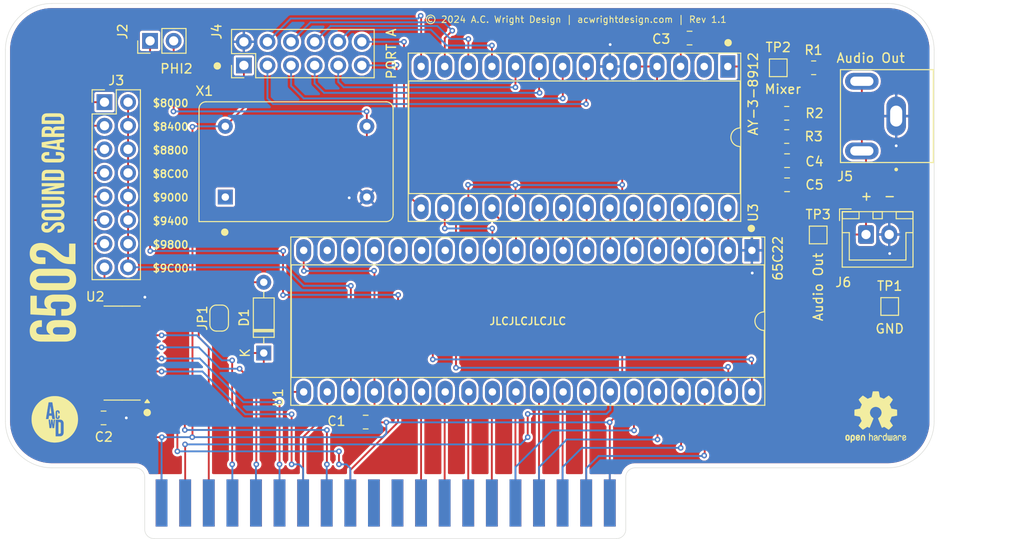
<source format=kicad_pcb>
(kicad_pcb (version 20241229) (generator "pcbnew") (generator_version "9.0")
  (title_block (title "6502 Sound Card") (date "2025-09-06") (rev "1.1") (company "A.C. Wright Design"))
  (layers (0 "F.Cu" signal) (2 "B.Cu" signal) (13 "F.Paste" user) (15 "B.Paste" user) (5 "F.SilkS" user "F.Silkscreen") (7 "B.SilkS" user "B.Silkscreen") (1 "F.Mask" user) (3 "B.Mask" user) (25 "Edge.Cuts" user))
  (net 0 "")
  (net 1 "GND")
  (net 2 "Net-(C4-Pad1)")
  (net 3 "VCC")
  (net 4 "Net-(D1-K)")
  (net 5 "IRQB")
  (net 6 "RWB")
  (net 7 "CA1")
  (net 8 "CA2")
  (net 10 "PHI2")
  (net 11 "RESB")
  (net 13 "A15")
  (net 16 "A12")
  (net 17 "D6")
  (net 18 "D3")
  (net 19 "D7")
  (net 20 "D5")
  (net 21 "A11")
  (net 25 "A1")
  (net 27 "A14")
  (net 32 "A13")
  (net 33 "A10")
  (net 34 "A3")
  (net 35 "A2")
  (net 36 "D1")
  (net 37 "D2")
  (net 38 "CSB")
  (net 39 "/$8400")
  (net 40 "/$9800")
  (net 41 "/$9400")
  (net 42 "/$8C00")
  (net 43 "/$9000")
  (net 44 "/$8800")
  (net 45 "/$8000")
  (net 46 "/$9C00")
  (net 48 "D0")
  (net 52 "D4")
  (net 54 "A0")
  (net 55 "PA6")
  (net 57 "PA3")
  (net 59 "PA0")
  (net 60 "PA5")
  (net 61 "PA7")
  (net 62 "PA4")
  (net 63 "PA2")
  (net 64 "PA1")
  (net 65 "CHOUT")
  (net 66 "RESETB")
  (net 69 "BDIR")
  (net 70 "BC1")
  (net 71 "DA4")
  (net 72 "DA0")
  (net 73 "DA3")
  (net 74 "DA2")
  (net 75 "DA7")
  (net 76 "DA1")
  (net 77 "DA5")
  (net 78 "DA6")
  (net 80 "Net-(J5-In)")
  (net 82 "Net-(J2-Pin_2)")
  (footprint "Connector_PinHeader_2.54mm:PinHeader_2x06_P2.54mm_Vertical" (layer "F.Cu") (at 126.26 77.04 90)
    (property "Reference" "J4")
    (property "Value" "PORT A")
  )
  (footprint "Symbol:OSHW-Logo2_7.3x6mm_SilkScreen" (layer "F.Cu") (at 194.3 114.9)
    (property "Reference" "REF**" (hide yes))
    (property "Value" "OSHW-Logo2_7.3x6mm_SilkScreen" (hide yes))
  )
  (footprint "Connector_PinHeader_2.54mm:PinHeader_2x08_P2.54mm_Vertical" (layer "F.Cu") (at 111.25 81)
    (property "Reference" "J3")
    (property "Value" "Conn_02x08_Odd_Even" (hide yes))
  )
  (footprint "Capacitor_SMD:C_0805_2012Metric" (layer "F.Cu") (at 184.75 89.9)
    (property "Reference" "C5")
    (property "Value" "2.2uF" (hide yes))
  )
  (footprint "Connector_PinHeader_2.54mm:PinHeader_1x02_P2.54mm_Vertical" (layer "F.Cu") (at 116.16 74.4 90)
    (property "Reference" "J2")
    (property "Value" "PHI2")
  )
  (footprint "Package_DIP:DIP-28_W15.24mm_Socket_LongPads" (layer "F.Cu") (at 178.37 77.16 -90)
    (property "Reference" "U3")
    (property "Value" "AY-3-8912")
  )
  (footprint "Jumper:SolderJumper-2_P1.3mm_Open_RoundedPad1.0x1.5mm" (layer "F.Cu") (at 123.6 104.25 90)
    (property "Reference" "JP1")
    (property "Value" "SolderJumper_2_Bridged" (hide yes))
  )
  (footprint "Package_SO:SOIC-16_3.9x9.9mm_P1.27mm" (layer "F.Cu") (at 113.15 108.02 180)
    (property "Reference" "U2")
    (property "Value" "74HC138" (hide yes))
  )
  (footprint "Package_DIP:DIP-40_W15.24mm_Socket_LongPads" (layer "F.Cu") (at 180.96 96.96 -90)
    (property "Reference" "U1")
    (property "Value" "65C22")
  )
  (footprint "Resistor_SMD:R_0805_2012Metric" (layer "F.Cu") (at 184.7125 82.2)
    (property "Reference" "R2")
    (property "Value" "4.7k" (hide yes))
  )
  (footprint "6502 Parts:SWITCHCRAFT_PJRAN1X1U02X" (layer "F.Cu") (at 196.5 82.5 90)
    (property "Reference" "J5")
    (property "Value" "Audio Out")
  )
  (footprint "Resistor_SMD:R_0805_2012Metric" (layer "F.Cu") (at 187.6125 77.3)
    (property "Reference" "R1")
    (property "Value" "1k" (hide yes))
  )
  (footprint "Capacitor_SMD:C_0805_2012Metric" (layer "F.Cu") (at 184.75 87.3 180)
    (property "Reference" "C4")
    (property "Value" "300pF" (hide yes))
  )
  (footprint "TestPoint:TestPoint_Pad_1.5x1.5mm" (layer "F.Cu") (at 195.8 103)
    (property "Reference" "TP1")
    (property "Value" "GND")
  )
  (footprint "Capacitor_SMD:C_0805_2012Metric" (layer "F.Cu") (at 111.15 115)
    (property "Reference" "C2")
    (property "Value" "100nF" (hide yes))
  )
  (footprint "Connector_JST:JST_XH_B2B-XH-A_1x02_P2.50mm_Vertical" (layer "F.Cu") (at 193.25 95.25)
    (property "Reference" "J6")
    (property "Value" "Audio Out" (hide yes))
  )
  (footprint "A.C. Wright Logo:A.C. Wright Logo 5mm" (layer "F.Cu") (at 105.9 115.15)
    (property "Reference" "G***" (hide yes))
    (property "Value" "LOGO" (hide yes))
  )
  (footprint "Capacitor_SMD:C_0805_2012Metric" (layer "F.Cu") (at 174.25 74.1)
    (property "Reference" "C3")
    (property "Value" "100nF" (hide yes))
  )
  (footprint "Oscillator:Oscillator_DIP-14" (layer "F.Cu") (at 124.26 91.22)
    (property "Reference" "X1")
    (property "Value" "2 MHz" (hide yes))
  )
  (footprint "6502 Parts:6502 Card Edge" (layer "F.Cu") (at 117.4 126.7)
    (property "Reference" "J1" (hide yes))
    (property "Value" "6502 Card Edge" (hide yes))
  )
  (footprint "TestPoint:TestPoint_Pad_1.5x1.5mm" (layer "F.Cu") (at 188.1 95.3)
    (property "Reference" "TP3")
    (property "Value" "Audio Out")
  )
  (footprint "Capacitor_SMD:C_0805_2012Metric" (layer "F.Cu") (at 139.375 115.45)
    (property "Reference" "C1")
    (property "Value" "100nF" (hide yes))
  )
  (footprint "Diode_THT:D_DO-35_SOD27_P7.62mm_Horizontal" (layer "F.Cu") (at 128.4 108.01 90)
    (property "Reference" "D1")
    (property "Value" "D_Schottky" (hide yes))
  )
  (footprint "TestPoint:TestPoint_Pad_1.5x1.5mm" (layer "F.Cu") (at 183.8 77.3)
    (property "Reference" "TP2")
    (property "Value" "Mixer")
  )
  (footprint "6502 Logos:6502 Sound Card Logo 5mm" (layer "F.Cu") (at 105.7 86.8 90)
    (property "Reference" "G***" (hide yes))
    (property "Value" "LOGO" (hide yes))
  )
  (footprint "Resistor_SMD:R_0805_2012Metric" (layer "F.Cu") (at 184.7125 84.7 180)
    (property "Reference" "R3")
    (property "Value" "470" (hide yes))
  )
  (gr_circle (center 180.9 94.6) (end 181.1 94.6) (stroke (width 0.4)) (fill no) (layer "F.SilkS"))
  (gr_circle (center 115.85 114.425) (end 116.05 114.425) (stroke (width 0.4)) (fill no) (layer "F.SilkS"))
  (gr_circle (center 123.4 77.1) (end 123.6 77.1) (stroke (width 0.4)) (fill no) (layer "F.SilkS"))
  (gr_circle (center 178.4 74.6) (end 178.6 74.6) (stroke (width 0.4)) (fill no) (layer "F.SilkS"))
  (gr_circle (center 124.2 95) (end 124.4 95) (stroke (width 0.4)) (fill no) (layer "F.SilkS"))
  (gr_arc (start 167.3841 121.3746) (mid 167.676993 120.667493) (end 168.3841 120.3746) (stroke (width 0.05)) (layer "Edge.Cuts"))
  (gr_line (start 200.5841 115.3746) (end 200.5841 75.3746) (stroke (width 0.05)) (layer "Edge.Cuts"))
  (gr_arc (start 105.5841 120.3746) (mid 102.048566 118.910134) (end 100.5841 115.3746) (stroke (width 0.05)) (layer "Edge.Cuts"))
  (gr_line (start 105.5841 120.3746) (end 114.5841 120.3746) (stroke (width 0.05)) (layer "Edge.Cuts"))
  (gr_line (start 168.3841 120.3746) (end 195.5841 120.3746) (stroke (width 0.05)) (layer "Edge.Cuts"))
  (gr_line (start 195.5841 70.3746) (end 105.5841 70.3746) (stroke (width 0.05)) (layer "Edge.Cuts"))
  (gr_arc (start 114.5841 120.3746) (mid 115.291207 120.667493) (end 115.5841 121.3746) (stroke (width 0.05)) (layer "Edge.Cuts"))
  (gr_line (start 167.3841 126.9946) (end 167.3841 121.3746) (stroke (width 0.05)) (layer "Edge.Cuts"))
  (gr_arc (start 200.5841 115.3746) (mid 199.119634 118.910134) (end 195.5841 120.3746) (stroke (width 0.05)) (layer "Edge.Cuts"))
  (gr_arc (start 100.5841 75.3746) (mid 102.048566 71.839066) (end 105.5841 70.3746) (stroke (width 0.05)) (layer "Edge.Cuts"))
  (gr_line (start 116.5841 127.9946) (end 166.3841 127.9946) (stroke (width 0.05)) (layer "Edge.Cuts"))
  (gr_line (start 100.5841 75.3746) (end 100.5841 115.3746) (stroke (width 0.05)) (layer "Edge.Cuts"))
  (gr_arc (start 116.5841 127.9946) (mid 115.876993 127.701707) (end 115.5841 126.9946) (stroke (width 0.05)) (layer "Edge.Cuts"))
  (gr_arc (start 167.3841 126.9946) (mid 167.091207 127.701707) (end 166.3841 127.9946) (stroke (width 0.05)) (layer "Edge.Cuts"))
  (gr_arc (start 195.5841 70.3746) (mid 199.119634 71.839066) (end 200.5841 75.3746) (stroke (width 0.05)) (layer "Edge.Cuts"))
  (gr_line (start 115.5841 121.3746) (end 115.5841 126.9946) (stroke (width 0.05)) (layer "Edge.Cuts"))
  (gr_text "$9C00" (at 118.375 98.895 0) (layer "F.SilkS") (effects (font (size 0.8 0.8))))
  (gr_text "© 2024 A.C. Wright Design | acwrightdesign.com | Rev 1.1" (at 162 72.1 0) (layer "F.SilkS") (effects (font (size 0.7 0.7) (thickness 0.1))))
  (gr_text "$8C00" (at 118.375 88.735 0) (layer "F.SilkS") (effects (font (size 0.8 0.8))))
  (gr_text "$9800" (at 118.375 96.355 0) (layer "F.SilkS") (effects (font (size 0.8 0.8))))
  (gr_text "$9400" (at 118.375 93.815 0) (layer "F.SilkS") (effects (font (size 0.8 0.8))))
  (gr_text "JLCJLCJLCJLC" (at 156.835 104.585 0) (layer "F.SilkS") (effects (font (size 0.8 0.8))))
  (gr_text "-" (at 195.8 91.1 0) (layer "F.SilkS") (effects (font (size 1 1))))
  (gr_text "$8000" (at 118.375 81.115 0) (layer "F.SilkS") (effects (font (size 0.8 0.8))))
  (gr_text "+" (at 193.3 91.1 0) (layer "F.SilkS") (effects (font (size 1 1))))
  (gr_text "$9000" (at 118.375 91.275 0) (layer "F.SilkS") (effects (font (size 0.8 0.8))))
  (gr_text "$8400" (at 118.375 83.655 0) (layer "F.SilkS") (effects (font (size 0.8 0.8))))
  (gr_text "$8800" (at 118.375 86.195 0) (layer "F.SilkS") (effects (font (size 0.8 0.8))))
  (segment (start 117.4 124.16) (end 117.4 119.6) (width 0.2) (layer "F.Cu") (net 1))
  (via (at 195.8 97.3) (size 0.6) (drill 0.3) (layers "F.Cu" "B.Cu") (net 1))
  (via (at 165.7 74.8) (size 0.6) (drill 0.3) (layers "F.Cu" "B.Cu") (net 1))
  (via (at 181 99.4) (size 0.6) (drill 0.3) (layers "F.Cu" "B.Cu") (net 1))
  (via (at 137.6 91.3) (size 0.6) (drill 0.3) (layers "F.Cu" "B.Cu") (net 1))
  (via (at 196.5 85.7) (size 0.6) (drill 0.3) (layers "F.Cu" "B.Cu") (net 1))
  (via (at 113.6 115) (size 0.6) (drill 0.3) (layers "F.Cu" "B.Cu") (net 1))
  (via (at 115.6 102) (size 0.6) (drill 0.3) (layers "F.Cu" "B.Cu") (net 1))
  (segment (start 165.66 124.16) (end 165.66 119.89) (width 0.2) (layer "B.Cu") (net 1))
  (segment (start 165.66 119.89) (end 165.675 119.875) (width 0.2) (layer "B.Cu") (net 1))
  (segment (start 185.625 82.2) (end 185.625 84.7) (width 0.2) (layer "F.Cu") (net 2))
  (segment (start 185.7 87.3) (end 185.7 88.3) (width 0.2) (layer "F.Cu") (net 2))
  (segment (start 185.7 88.3) (end 185.4 88.6) (width 0.2) (layer "F.Cu") (net 2))
  (segment (start 185.625 84.7) (end 185.625 87.225) (width 0.2) (layer "F.Cu") (net 2))
  (segment (start 185.625 87.225) (end 185.7 87.3) (width 0.2) (layer "F.Cu") (net 2))
  (segment (start 183.8 88.9) (end 183.8 89.9) (width 0.2) (layer "F.Cu") (net 2))
  (segment (start 184.1 88.6) (end 183.8 88.9) (width 0.2) (layer "F.Cu") (net 2))
  (segment (start 185.4 88.6) (end 184.1 88.6) (width 0.2) (layer "F.Cu") (net 2))
  (segment (start 173.275 74.075) (end 167.775 74.075) (width 0.2) (layer "F.Cu") (net 3))
  (segment (start 110.9 117.075) (end 110.2 116.375) (width 0.2) (layer "F.Cu") (net 3))
  (segment (start 155.51 89.935) (end 155.5 89.925) (width 0.2) (layer "F.Cu") (net 3))
  (segment (start 140.35 115.475) (end 140.325 115.45) (width 0.2) (layer "F.Cu") (net 3))
  (segment (start 140.32 115.88) (end 140.325 115.875) (width 0.2) (layer "F.Cu") (net 3))
  (segment (start 140.32 99.195) (end 140.32 112.2) (width 0.2) (layer "F.Cu") (net 3))
  (segment (start 173.3 74.1) (end 173.275 74.075) (width 0.2) (layer "F.Cu") (net 3))
  (segment (start 140.325 115.875) (end 140.325 112.205) (width 0.2) (layer "F.Cu") (net 3))
  (segment (start 110.675 113.45) (end 110.675 112.465) (width 0.2) (layer "F.Cu") (net 3))
  (segment (start 140.325 112.205) (end 140.32 112.2) (width 0.2) (layer "F.Cu") (net 3))
  (segment (start 167 74.85) (end 167 89.9) (width 0.2) (layer "F.Cu") (net 3))
  (segment (start 110.2 113.925) (end 110.675 113.45) (width 0.2) (layer "F.Cu") (net 3))
  (segment (start 165.65 115.475) (end 167 114.125) (width 0.2) (layer "F.Cu") (net 3))
  (segment (start 132.7 99.15) (end 132.725 99.175) (width 0.2) (layer "F.Cu") (net 3))
  (segment (start 140.275 99.15) (end 140.32 99.195) (width 0.2) (layer "F.Cu") (net 3))
  (segment (start 120.725 117.05) (end 120.7 117.075) (width 0.2) (layer "F.Cu") (net 3))
  (segment (start 167.775 74.075) (end 167 74.85) (width 0.2) (layer "F.Cu") (net 3))
  (segment (start 110.2 115) (end 110.2 113.925) (width 0.2) (layer "F.Cu") (net 3))
  (segment (start 165.66 124.16) (end 165.66 115.485) (width 0.2) (layer "F.Cu") (net 3))
  (segment (start 150.43 89.93) (end 150.4 89.9) (width 0.2) (layer "F.Cu") (net 3))
  (segment (start 173.3 77.15) (end 173.29 77.16) (width 0.2) (layer "F.Cu") (net 3))
  (segment (start 165.66 115.485) (end 165.65 115.475) (width 0.2) (layer "F.Cu") (net 3))
  (segment (start 117.425 117.075) (end 110.9 117.075) (width 0.2) (layer "F.Cu") (net 3))
  (segment (start 120.725 83.65) (end 120.725 117.05) (width 0.2) (layer "F.Cu") (net 3))
  (segment (start 126.26 81.6) (end 124.26 83.6) (width 0.2) (layer "F.Cu") (net 3))
  (segment (start 150.43 92.4) (end 150.43 89.93) (width 0.2) (layer "F.Cu") (net 3))
  (segment (start 167 114.125) (end 167 113.075) (width 0.2) (layer "F.Cu") (net 3))
  (segment (start 155.51 92.4) (end 155.51 89.935) (width 0.2) (layer "F.Cu") (net 3))
  (segment (start 173.3 74.1) (end 173.3 77.15) (width 0.2) (layer "F.Cu") (net 3))
  (segment (start 110.2 116.375) (end 110.2 115) (width 0.2) (layer "F.Cu") (net 3))
  (segment (start 132.7 96.96) (end 132.7 99.15) (width 0.2) (layer "F.Cu") (net 3))
  (segment (start 126.26 77.04) (end 126.26 81.6) (width 0.2) (layer "F.Cu") (net 3))
  (segment (start 141.6 115.475) (end 140.35 115.475) (width 0.2) (layer "F.Cu") (net 3))
  (segment (start 167 113.075) (end 167 89.9) (width 0.2) (layer "F.Cu") (net 3))
  (via (at 117.425 117.075) (size 0.6) (drill 0.3) (layers "F.Cu" "B.Cu") (net 3))
  (via (at 120.725 83.65) (size 0.6) (drill 0.3) (layers "F.Cu" "B.Cu") (net 3))
  (via (at 120.7 117.075) (size 0.6) (drill 0.3) (layers "F.Cu" "B.Cu") (net 3))
  (via (at 150.4 89.9) (size 0.6) (drill 0.3) (layers "F.Cu" "B.Cu") (net 3))
  (via (at 167 89.9) (size 0.6) (drill 0.3) (layers "F.Cu" "B.Cu") (net 3))
  (via (at 141.6 115.475) (size 0.6) (drill 0.3) (layers "F.Cu" "B.Cu") (net 3))
  (via (at 132.725 99.175) (size 0.6) (drill 0.3) (layers "F.Cu" "B.Cu") (net 3))
  (via (at 140.275 99.15) (size 0.6) (drill 0.3) (layers "F.Cu" "B.Cu") (net 3))
  (via (at 165.65 115.475) (size 0.6) (drill 0.3) (layers "F.Cu" "B.Cu") (net 3))
  (via (at 155.5 89.925) (size 0.6) (drill 0.3) (layers "F.Cu" "B.Cu") (net 3))
  (segment (start 117.4 124.16) (end 117.4 117.1) (width 0.2) (layer "B.Cu") (net 3))
  (segment (start 155.5 89.925) (end 166.975 89.925) (width 0.2) (layer "B.Cu") (net 3))
  (segment (start 120.775 83.6) (end 120.725 83.65) (width 0.2) (layer "B.Cu") (net 3))
  (segment (start 150.4 89.9) (end 155.475 89.9) (width 0.2) (layer "B.Cu") (net 3))
  (segment (start 141.2 117.075) (end 120.7 117.075) (width 0.2) (layer "B.Cu") (net 3))
  (segment (start 141.6 115.475) (end 165.65 115.475) (width 0.2) (layer "B.Cu") (net 3))
  (segment (start 141.6 115.475) (end 141.6 116.675) (width 0.2) (layer "B.Cu") (net 3))
  (segment (start 124.26 83.6) (end 120.775 83.6) (width 0.2) (layer "B.Cu") (net 3))
  (segment (start 132.725 99.175) (end 140.25 99.175) (width 0.2) (layer "B.Cu") (net 3))
  (segment (start 120.7 117.075) (end 117.425 117.075) (width 0.2) (layer "B.Cu") (net 3))
  (segment (start 141.6 116.675) (end 141.2 117.075) (width 0.2) (layer "B.Cu") (net 3))
  (segment (start 140.25 99.175) (end 140.275 99.15) (width 0.2) (layer "B.Cu") (net 3))
  (segment (start 166.975 89.925) (end 167 89.9) (width 0.2) (layer "B.Cu") (net 3))
  (segment (start 117.4 117.1) (end 117.425 117.075) (width 0.2) (layer "B.Cu") (net 3))
  (segment (start 155.475 89.9) (end 155.5 89.925) (width 0.2) (layer "B.Cu") (net 3))
  (segment (start 128.4 111.075) (end 129.475 112.15) (width 0.2) (layer "F.Cu") (net 4))
  (segment (start 129.725 112.2) (end 132.7 112.2) (width 0.2) (layer "F.Cu") (net 4))
  (segment (start 129.675 112.15) (end 129.725 112.2) (width 0.2) (layer "F.Cu") (net 4))
  (segment (start 128.4 108.01) (end 128.4 111.075) (width 0.2) (layer "F.Cu") (net 4))
  (segment (start 123.6 106.7) (end 124.91 108.01) (width 0.2) (layer "F.Cu") (net 4))
  (segment (start 123.6 104.9) (end 123.6 106.7) (width 0.2) (layer "F.Cu") (net 4))
  (segment (start 124.91 108.01) (end 128.4 108.01) (width 0.2) (layer "F.Cu") (net 4))
  (segment (start 129.475 112.15) (end 129.675 112.15) (width 0.2) (layer "F.Cu") (net 4))
  (segment (start 123.6 101.85) (end 123.575 101.825) (width 0.2) (layer "F.Cu") (net 5))
  (segment (start 122.48 124.16) (end 122.48 107.38) (width 0.2) (layer "F.Cu") (net 5))
  (segment (start 123.575 101.825) (end 125.01 100.39) (width 0.2) (layer "F.Cu") (net 5))
  (segment (start 121.4 104.1) (end 121.9 103.6) (width 0.2) (layer "F.Cu") (net 5))
  (segment (start 125.01 100.39) (end 128.4 100.39) (width 0.2) (layer "F.Cu") (net 5))
  (segment (start 122.48 107.38) (end 121.4 106.3) (width 0.2) (layer "F.Cu") (net 5))
  (segment (start 121.9 103.6) (end 123.6 103.6) (width 0.2) (layer "F.Cu") (net 5))
  (segment (start 121.4 106.3) (end 121.4 104.1) (width 0.2) (layer "F.Cu") (net 5))
  (segment (start 123.6 103.6) (end 123.6 101.85) (width 0.2) (layer "F.Cu") (net 5))
  (segment (start 132.64 117.06) (end 135.24 114.46) (width 0.2) (layer "F.Cu") (net 6))
  (segment (start 135.24 114.46) (end 135.24 112.2) (width 0.2) (layer "F.Cu") (net 6))
  (segment (start 132.64 124.16) (end 132.64 117.06) (width 0.2) (layer "F.Cu") (net 6))
  (segment (start 142.7 77) (end 142.7 84.3) (width 0.2) (layer "F.Cu") (net 7))
  (segment (start 146.6 91.2) (end 146.6 108.7) (width 0.2) (layer "F.Cu") (net 7))
  (segment (start 142.7 84.3) (end 145.4 87) (width 0.2) (layer "F.Cu") (net 7))
  (segment (start 180.96 108.76) (end 180.96 112.2) (width 0.2) (layer "F.Cu") (net 7))
  (segment (start 146.6 88.2) (end 146.6 91.2) (width 0.2) (layer "F.Cu") (net 7))
  (segment (start 145.4 87) (end 146.6 88.2) (width 0.2) (layer "F.Cu") (net 7))
  (segment (start 180.9 108.7) (end 180.96 108.76) (width 0.2) (layer "F.Cu") (net 7))
  (via (at 180.9 108.7) (size 0.6) (drill 0.3) (layers "F.Cu" "B.Cu") (net 7))
  (via (at 142.7 77) (size 0.6) (drill 0.3) (layers "F.Cu" "B.Cu") (net 7))
  (via (at 146.6 108.7) (size 0.6) (drill 0.3) (layers "F.Cu" "B.Cu") (net 7))
  (segment (start 138.96 77.04) (end 142.66 77.04) (width 0.2) (layer "B.Cu") (net 7))
  (segment (start 142.66 77.04) (end 142.7 77) (width 0.2) (layer "B.Cu") (net 7))
  (segment (start 146.6 108.7) (end 180.9 108.7) (width 0.2) (layer "B.Cu") (net 7))
  (segment (start 149.1 89.4) (end 143.5 83.8) (width 0.2) (layer "F.Cu") (net 8))
  (segment (start 178.4 109.5) (end 178.42 109.52) (width 0.2) (layer "F.Cu") (net 8))
  (segment (start 143.5 83.8) (end 143.5 74.5) (width 0.2) (layer "F.Cu") (net 8))
  (segment (start 149.1 109.6) (end 149.1 89.4) (width 0.2) (layer "F.Cu") (net 8))
  (segment (start 178.42 109.52) (end 178.42 112.2) (width 0.2) (layer "F.Cu") (net 8))
  (via (at 178.4 109.5) (size 0.6) (drill 0.3) (layers "F.Cu" "B.Cu") (net 8))
  (via (at 143.5 74.5) (size 0.6) (drill 0.3) (layers "F.Cu" "B.Cu") (net 8))
  (via (at 149.1 109.6) (size 0.6) (drill 0.3) (layers "F.Cu" "B.Cu") (net 8))
  (segment (start 138.96 74.5) (end 143.5 74.5) (width 0.2) (layer "B.Cu") (net 8))
  (segment (start 178.4 109.5) (end 178.3 109.6) (width 0.2) (layer "B.Cu") (net 8))
  (segment (start 178.3 109.6) (end 149.1 109.6) (width 0.2) (layer "B.Cu") (net 8))
  (segment (start 130.475 101.775) (end 130.475 97.05) (width 0.2) (layer "F.Cu") (net 10))
  (segment (start 116.16 97.01) (end 116.175 97.025) (width 0.2) (layer "F.Cu") (net 10))
  (segment (start 116.16 74.4) (end 116.16 97.01) (width 0.2) (layer "F.Cu") (net 10))
  (segment (start 137.72 120.605) (end 142.86 115.465) (width 0.2) (layer "F.Cu") (net 10))
  (segment (start 142.86 101.765) (end 142.875 101.75) (width 0.2) (layer "F.Cu") (net 10))
  (segment (start 142.86 112.2) (end 142.86 101.765) (width 0.2) (layer "F.Cu") (net 10))
  (segment (start 142.86 115.465) (end 142.86 112.2) (width 0.2) (layer "F.Cu") (net 10))
  (segment (start 137.72 124.16) (end 137.72 120.605) (width 0.2) (layer "F.Cu") (net 10))
  (segment (start 130.475 97.05) (end 130.5 97.025) (width 0.2) (layer "F.Cu") (net 10))
  (via (at 142.875 101.75) (size 0.6) (drill 0.3) (layers "F.Cu" "B.Cu") (net 10))
  (via (at 130.475 101.775) (size 0.6) (drill 0.3) (layers "F.Cu" "B.Cu") (net 10))
  (via (at 116.175 97.025) (size 0.6) (drill 0.3) (layers "F.Cu" "B.Cu") (net 10))
  (via (at 130.5 97.025) (size 0.6) (drill 0.3) (layers "F.Cu" "B.Cu") (net 10))
  (segment (start 142.875 101.75) (end 130.5 101.75) (width 0.2) (layer "B.Cu") (net 10))
  (segment (start 130.5 97.025) (end 116.175 97.025) (width 0.2) (layer "B.Cu") (net 10))
  (segment (start 130.5 101.75) (end 130.475 101.775) (width 0.2) (layer "B.Cu") (net 10))
  (segment (start 119.94 117.865) (end 119.925 117.85) (width 0.2) (layer "F.Cu") (net 11))
  (segment (start 119.94 124.16) (end 119.94 117.865) (width 0.2) (layer "F.Cu") (net 11))
  (segment (start 156.825 117.075) (end 156.825 114.575) (width 0.2) (layer "F.Cu") (net 11))
  (via (at 156.825 117.075) (size 0.6) (drill 0.3) (layers "F.Cu" "B.Cu") (net 11))
  (via (at 156.825 114.575) (size 0.6) (drill 0.3) (layers "F.Cu" "B.Cu") (net 11))
  (via (at 119.925 117.85) (size 0.6) (drill 0.3) (layers "F.Cu" "B.Cu") (net 11))
  (segment (start 119.925 117.85) (end 156.05 117.85) (width 0.2) (layer "B.Cu") (net 11))
  (segment (start 156.825 114.575) (end 165.3 114.575) (width 0.2) (layer "B.Cu") (net 11))
  (segment (start 165.72 114.155) (end 165.72 112.2) (width 0.2) (layer "B.Cu") (net 11))
  (segment (start 165.3 114.575) (end 165.72 114.155) (width 0.2) (layer "B.Cu") (net 11))
  (segment (start 156.05 117.85) (end 156.825 117.075) (width 0.2) (layer "B.Cu") (net 11))
  (segment (start 115.64 106.1) (end 115.625 106.115) (width 0.2) (layer "F.Cu") (net 13))
  (segment (start 117.4 106.1) (end 115.64 106.1) (width 0.2) (layer "F.Cu") (net 13))
  (segment (start 125 120) (end 125 108.8) (width 0.2) (layer "F.Cu") (net 13))
  (via (at 117.4 106.1) (size 0.6) (drill 0.3) (layers "F.Cu" "B.Cu") (net 13))
  (via (at 125 108.8) (size 0.6) (drill 0.3) (layers "F.Cu" "B.Cu") (net 13))
  (via (at 125 120) (size 0.6) (drill 0.3) (layers "F.Cu" "B.Cu") (net 13))
  (segment (start 123.9 108.8) (end 121.2 106.1) (width 0.2) (layer "B.Cu") (net 13))
  (segment (start 125.02 124.16) (end 125.02 120.02) (width 0.2) (layer "B.Cu") (net 13))
  (segment (start 125.02 120.02) (end 125 120) (width 0.2) (layer "B.Cu") (net 13))
  (segment (start 121.2 106.1) (end 117.4 106.1) (width 0.2) (layer "B.Cu") (net 13))
  (segment (start 125 108.8) (end 123.9 108.8) (width 0.2) (layer "B.Cu") (net 13))
  (segment (start 117.4 110) (end 115.7 110) (width 0.2) (layer "F.Cu") (net 16))
  (segment (start 131.4 120) (end 131.4 114.6) (width 0.2) (layer "F.Cu") (net 16))
  (segment (start 115.7 110) (end 115.625 109.925) (width 0.2) (layer "F.Cu") (net 16))
  (via (at 131.4 114.6) (size 0.6) (drill 0.3) (layers "F.Cu" "B.Cu") (net 16))
  (via (at 131.4 120) (size 0.6) (drill 0.3) (layers "F.Cu" "B.Cu") (net 16))
  (via (at 117.4 110) (size 0.6) (drill 0.3) (layers "F.Cu" "B.Cu") (net 16))
  (segment (start 132.2 120) (end 131.4 120) (width 0.2) (layer "B.Cu") (net 16))
  (segment (start 131.4 114.6) (end 126.4 114.6) (width 0.2) (layer "B.Cu") (net 16))
  (segment (start 124.2 112.4) (end 121.8 110) (width 0.2) (layer "B.Cu") (net 16))
  (segment (start 126.4 114.6) (end 124.2 112.4) (width 0.2) (layer "B.Cu") (net 16))
  (segment (start 132.64 120.44) (end 132.2 120) (width 0.2) (layer "B.Cu") (net 16))
  (segment (start 121.8 110) (end 117.4 110) (width 0.2) (layer "B.Cu") (net 16))
  (segment (start 132.64 124.16) (end 132.64 120.44) (width 0.2) (layer "B.Cu") (net 16))
  (segment (start 147.88 124.16) (end 147.88 112.26) (width 0.2) (layer "F.Cu") (net 17))
  (segment (start 147.88 112.26) (end 147.94 112.2) (width 0.2) (layer "F.Cu") (net 17))
  (segment (start 155.5 124.16) (end 155.5 112.26) (width 0.2) (layer "F.Cu") (net 18))
  (segment (start 155.5 112.26) (end 155.56 112.2) (width 0.2) (layer "F.Cu") (net 18))
  (segment (start 145.34 124.16) (end 145.34 112.26) (width 0.2) (layer "F.Cu") (net 19))
  (segment (start 145.34 112.26) (end 145.4 112.2) (width 0.2) (layer "F.Cu") (net 19))
  (segment (start 150.42 112.26) (end 150.48 112.2) (width 0.2) (layer "F.Cu") (net 20))
  (segment (start 150.42 124.16) (end 150.42 112.26) (width 0.2) (layer "F.Cu") (net 20))
  (segment (start 135.2 120) (end 135.2 116.3) (width 0.2) (layer "F.Cu") (net 21))
  (segment (start 119.9 116.3) (end 119.9 111.9) (width 0.2) (layer "F.Cu") (net 21))
  (segment (start 119.195 111.195) (end 115.625 111.195) (width 0.2) (layer "F.Cu") (net 21))
  (segment (start 119.9 111.9) (end 119.195 111.195) (width 0.2) (layer "F.Cu") (net 21))
  (via (at 135.2 120) (size 0.6) (drill 0.3) (layers "F.Cu" "B.Cu") (net 21))
  (via (at 135.2 116.3) (size 0.6) (drill 0.3) (layers "F.Cu" "B.Cu") (net 21))
  (via (at 119.9 116.3) (size 0.6) (drill 0.3) (layers "F.Cu" "B.Cu") (net 21))
  (segment (start 135.18 120.02) (end 135.2 120) (width 0.2) (layer "B.Cu") (net 21))
  (segment (start 135.2 116.3) (end 119.9 116.3) (width 0.2) (layer "B.Cu") (net 21))
  (segment (start 135.18 124.16) (end 135.18 120.02) (width 0.2) (layer "B.Cu") (net 21))
  (segment (start 173.3 117.95) (end 173.34 117.91) (width 0.2) (layer "F.Cu") (net 25))
  (segment (start 173.34 117.91) (end 173.34 112.2) (width 0.2) (layer "F.Cu") (net 25))
  (segment (start 173.3 118.225) (end 173.3 117.95) (width 0.2) (layer "F.Cu") (net 25))
  (via (at 173.3 118.225) (size 0.6) (drill 0.3) (layers "F.Cu" "B.Cu") (net 25))
  (segment (start 160.58 124.16) (end 160.58 120.295) (width 0.2) (layer "B.Cu") (net 25))
  (segment (start 160.58 120.295) (end 161.9 118.975) (width 0.2) (layer "B.Cu") (net 25))
  (segment (start 161.9 118.975) (end 162.65 118.225) (width 0.2) (layer "B.Cu") (net 25))
  (segment (start 162.65 118.225) (end 173.3 118.225) (width 0.2) (layer "B.Cu") (net 25))
  (segment (start 115.64 107.4) (end 115.625 107.385) (width 0.2) (layer "F.Cu") (net 27))
  (segment (start 127.6 111.5) (end 125.8 109.7) (width 0.2) (layer "F.Cu") (net 27))
  (segment (start 127.6 120) (end 127.6 111.5) (width 0.2) (layer "F.Cu") (net 27))
  (segment (start 117.4 107.4) (end 115.64 107.4) (width 0.2) (layer "F.Cu") (net 27))
  (via (at 117.4 107.4) (size 0.6) (drill 0.3) (layers "F.Cu" "B.Cu") (net 27))
  (via (at 125.8 109.7) (size 0.6) (drill 0.3) (layers "F.Cu" "B.Cu") (net 27))
  (via (at 127.6 120) (size 0.6) (drill 0.3) (layers "F.Cu" "B.Cu") (net 27))
  (segment (start 127.56 124.16) (end 127.56 120.04) (width 0.2) (layer "B.Cu") (net 27))
  (segment (start 123.7 109.7) (end 121.4 107.4) (width 0.2) (layer "B.Cu") (net 27))
  (segment (start 121.4 107.4) (end 117.4 107.4) (width 0.2) (layer "B.Cu") (net 27))
  (segment (start 127.56 120.04) (end 127.6 120) (width 0.2) (layer "B.Cu") (net 27))
  (segment (start 125.8 109.7) (end 123.7 109.7) (width 0.2) (layer "B.Cu") (net 27))
  (segment (start 130.1 120) (end 130.1 113.3) (width 0.2) (layer "F.Cu") (net 32))
  (segment (start 117.4 108.6) (end 115.68 108.6) (width 0.2) (layer "F.Cu") (net 32))
  (segment (start 115.68 108.6) (end 115.625 108.655) (width 0.2) (layer "F.Cu") (net 32))
  (via (at 117.4 108.6) (size 0.6) (drill 0.3) (layers "F.Cu" "B.Cu") (net 32))
  (via (at 130.1 113.3) (size 0.6) (drill 0.3) (layers "F.Cu" "B.Cu") (net 32))
  (via (at 130.1 120) (size 0.6) (drill 0.3) (layers "F.Cu" "B.Cu") (net 32))
  (segment (start 130.1 113.3) (end 126.2 113.3) (width 0.2) (layer "B.Cu") (net 32))
  (segment (start 122.4 109.5) (end 121.5 108.6) (width 0.2) (layer "B.Cu") (net 32))
  (segment (start 130.1 124.16) (end 130.1 120) (width 0.2) (layer "B.Cu") (net 32))
  (segment (start 126.2 113.3) (end 122.4 109.5) (width 0.2) (layer "B.Cu") (net 32))
  (segment (start 121.5 108.6) (end 117.4 108.6) (width 0.2) (layer "B.Cu") (net 32))
  (segment (start 119.1 118.6) (end 119.1 112.9) (width 0.2) (layer "F.Cu") (net 33))
  (segment (start 136.5 120) (end 136.5 118.6) (width 0.2) (layer "F.Cu") (net 33))
  (segment (start 118.665 112.465) (end 115.625 112.465) (width 0.2) (layer "F.Cu") (net 33))
  (segment (start 119.1 112.9) (end 118.665 112.465) (width 0.2) (layer "F.Cu") (net 33))
  (via (at 136.5 118.6) (size 0.6) (drill 0.3) (layers "F.Cu" "B.Cu") (net 33))
  (via (at 119.1 118.6) (size 0.6) (drill 0.3) (layers "F.Cu" "B.Cu") (net 33))
  (via (at 136.5 120) (size 0.6) (drill 0.3) (layers "F.Cu" "B.Cu") (net 33))
  (segment (start 137.72 120.42) (end 137.72 124.16) (width 0.2) (layer "B.Cu") (net 33))
  (segment (start 136.5 120) (end 137.3 120) (width 0.2) (layer "B.Cu") (net 33))
  (segment (start 136.5 118.6) (end 119.1 118.6) (width 0.2) (layer "B.Cu") (net 33))
  (segment (start 137.3 120) (end 137.72 120.42) (width 0.2) (layer "B.Cu") (net 33))
  (segment (start 168.26 116.335) (end 168.26 112.2) (width 0.2) (layer "F.Cu") (net 34))
  (segment (start 168.275 116.35) (end 168.26 116.335) (width 0.2) (layer "F.Cu") (net 34))
  (via (at 168.275 116.35) (size 0.6) (drill 0.3) (layers "F.Cu" "B.Cu") (net 34))
  (segment (start 155.5 120.3) (end 157.275 118.525) (width 0.2) (layer "B.Cu") (net 34))
  (segment (start 159.45 116.35) (end 168.275 116.35) (width 0.2) (layer "B.Cu") (net 34))
  (segment (start 157.275 118.525) (end 159.45 116.35) (width 0.2) (layer "B.Cu") (net 34))
  (segment (start 155.5 124.16) (end 155.5 120.3) (width 0.2) (layer "B.Cu") (net 34))
  (segment (start 170.8 117.325) (end 170.8 112.2) (width 0.2) (layer "F.Cu") (net 35))
  (via (at 170.8 117.325) (size 0.6) (drill 0.3) (layers "F.Cu" "B.Cu") (net 35))
  (segment (start 160.275 118.075) (end 161.025 117.325) (width 0.2) (layer "B.Cu") (net 35))
  (segment (start 158.04 120.31) (end 160.275 118.075) (width 0.2) (layer "B.Cu") (net 35))
  (segment (start 161.025 117.325) (end 170.8 117.325) (width 0.2) (layer "B.Cu") (net 35))
  (segment (start 158.04 124.16) (end 158.04 120.31) (width 0.2) (layer "B.Cu") (net 35))
  (segment (start 160.58 112.26) (end 160.64 112.2) (width 0.2) (layer "F.Cu") (net 36))
  (segment (start 160.58 124.16) (end 160.58 112.26) (width 0.2) (layer "F.Cu") (net 36))
  (segment (start 158.04 124.16) (end 158.04 112.26) (width 0.2) (layer "F.Cu") (net 37))
  (segment (start 158.04 112.26) (end 158.1 112.2) (width 0.2) (layer "F.Cu") (net 37))
  (segment (start 113.79 81) (end 113.79 98.78) (width 0.2) (layer "F.Cu") (net 38))
  (segment (start 137.78 100.775) (end 137.78 112.2) (width 0.2) (layer "F.Cu") (net 38))
  (via (at 137.78 100.775) (size 0.6) (drill 0.3) (layers "F.Cu" "B.Cu") (net 38))
  (segment (start 132.7 100.775) (end 137.78 100.775) (width 0.2) (layer "B.Cu") (net 38))
  (segment (start 132.7 100.775) (end 130.705 98.78) (width 0.2) (layer "B.Cu") (net 38))
  (segment (start 130.705 98.78) (end 113.79 98.78) (width 0.2) (layer "B.Cu") (net 38))
  (segment (start 108.975 109.925) (end 110.675 109.925) (width 0.2) (layer "F.Cu") (net 39))
  (segment (start 111.25 83.54) (end 108.235 83.54) (width 0.2) (layer "F.Cu") (net 39))
  (segment (start 107.177 108.127) (end 108.975 109.925) (width 0.2) (layer "F.Cu") (net 39))
  (segment (start 108.235 83.54) (end 107.177 84.598) (width 0.2) (layer "F.Cu") (net 39))
  (segment (start 107.177 84.598) (end 107.177 108.127) (width 0.2) (layer "F.Cu") (net 39))
  (segment (start 109.306 103.575) (end 110.675 103.575) (width 0.2) (layer "F.Cu") (net 40))
  (segment (start 108.831 96.925) (end 108.831 103.1) (width 0.2) (layer "F.Cu") (net 40))
  (segment (start 111.25 96.24) (end 109.516 96.24) (width 0.2) (layer "F.Cu") (net 40))
  (segment (start 108.831 103.1) (end 109.306 103.575) (width 0.2) (layer "F.Cu") (net 40))
  (segment (start 109.516 96.24) (end 108.831 96.925) (width 0.2) (layer "F.Cu") (net 40))
  (segment (start 108.504 104.35) (end 108.999 104.845) (width 0.2) (layer "F.Cu") (net 41))
  (segment (start 111.25 93.7) (end 109.25 93.7) (width 0.2) (layer "F.Cu") (net 41))
  (segment (start 108.504 94.446) (end 108.504 104.35) (width 0.2) (layer "F.Cu") (net 41))
  (segment (start 109.25 93.7) (end 108.504 94.446) (width 0.2) (layer "F.Cu") (net 41))
  (segment (start 108.999 104.845) (end 110.675 104.845) (width 0.2) (layer "F.Cu") (net 41))
  (segment (start 108.96 107.385) (end 110.675 107.385) (width 0.2) (layer "F.Cu") (net 42))
  (segment (start 107.85 89.3) (end 107.85 106.275) (width 0.2) (layer "F.Cu") (net 42))
  (segment (start 108.53 88.62) (end 107.85 89.3) (width 0.2) (layer "F.Cu") (net 42))
  (segment (start 107.85 106.275) (end 108.96 107.385) (width 0.2) (layer "F.Cu") (net 42))
  (segment (start 111.25 88.62) (end 108.53 88.62) (width 0.2) (layer "F.Cu") (net 42))
  (segment (start 108.177 91.923) (end 108.177 105.327) (width 0.2) (layer "F.Cu") (net 43))
  (segment (start 108.94 91.16) (end 108.177 91.923) (width 0.2) (layer "F.Cu") (net 43))
  (segment (start 111.25 91.16) (end 108.94 91.16) (width 0.2) (layer "F.Cu") (net 43))
  (segment (start 108.965 106.115) (end 110.675 106.115) (width 0.2) (layer "F.Cu") (net 43))
  (segment (start 108.177 105.327) (end 108.965 106.115) (width 0.2) (layer "F.Cu") (net 43))
  (segment (start 107.504 86.996) (end 107.504 107.204) (width 0.2) (layer "F.Cu") (net 44))
  (segment (start 107.504 107.204) (end 108.955 108.655) (width 0.2) (layer "F.Cu") (net 44))
  (segment (start 111.25 86.08) (end 108.42 86.08) (width 0.2) (layer "F.Cu") (net 44))
  (segment (start 108.42 86.08) (end 107.504 86.996) (width 0.2) (layer "F.Cu") (net 44))
  (segment (start 108.955 108.655) (end 110.675 108.655) (width 0.2) (layer "F.Cu") (net 44))
  (segment (start 106.85 109.1) (end 108.945 111.195) (width 0.2) (layer "F.Cu") (net 45))
  (segment (start 108.945 111.195) (end 110.675 111.195) (width 0.2) (layer "F.Cu") (net 45))
  (segment (start 106.85 82.325) (end 106.85 109.1) (width 0.2) (layer "F.Cu") (net 45))
  (segment (start 111.25 81) (end 108.175 81) (width 0.2) (layer "F.Cu") (net 45))
  (segment (start 108.175 81) (end 106.85 82.325) (width 0.2) (layer "F.Cu") (net 45))
  (segment (start 113.895 104.845) (end 115.625 104.845) (width 0.2) (layer "F.Cu") (net 46))
  (segment (start 111.25 102.2) (end 113.895 104.845) (width 0.2) (layer "F.Cu") (net 46))
  (segment (start 111.25 98.78) (end 111.25 102.2) (width 0.2) (layer "F.Cu") (net 46))
  (segment (start 163.12 112.26) (end 163.18 112.2) (width 0.2) (layer "F.Cu") (net 48))
  (segment (start 163.12 124.16) (end 163.12 112.26) (width 0.2) (layer "F.Cu") (net 48))
  (segment (start 152.96 112.26) (end 153.02 112.2) (width 0.2) (layer "F.Cu") (net 52))
  (segment (start 152.96 124.16) (end 152.96 112.26) (width 0.2) (layer "F.Cu") (net 52))
  (segment (start 175.825 119.05) (end 175.88 118.995) (width 0.2) (layer "F.Cu") (net 54))
  (segment (start 175.88 118.995) (end 175.88 112.2) (width 0.2) (layer "F.Cu") (net 54))
  (via (at 175.825 119.05) (size 0.6) (drill 0.3) (layers "F.Cu" "B.Cu") (net 54))
  (segment (start 164.45 119.1) (end 175.775 119.1) (width 0.2) (layer "B.Cu") (net 54))
  (segment (start 163.12 124.16) (end 163.12 120.43) (width 0.2) (layer "B.Cu") (net 54))
  (segment (start 163.12 120.43) (end 164.45 119.1) (width 0.2) (layer "B.Cu") (net 54))
  (segment (start 175.775 119.1) (end 175.825 119.05) (width 0.2) (layer "B.Cu") (net 54))
  (segment (start 160.59 79.99) (end 160.59 77.16) (width 0.2) (layer "F.Cu") (net 55))
  (segment (start 160.6 80.6) (end 160.6 80) (width 0.2) (layer "F.Cu") (net 55))
  (segment (start 160.6 80) (end 160.59 79.99) (width 0.2) (layer "F.Cu") (net 55))
  (via (at 160.6 80.6) (size 0.6) (drill 0.3) (layers "F.Cu" "B.Cu") (net 55))
  (segment (start 131.34 77.04) (end 131.34 79.24) (width 0.2) (layer "B.Cu") (net 55))
  (segment (start 132.7 80.6) (end 160.6 80.6) (width 0.2) (layer "B.Cu") (net 55))
  (segment (start 131.34 79.24) (end 132.7 80.6) (width 0.2) (layer "B.Cu") (net 55))
  (segment (start 152.97 74.9) (end 152.97 77.16) (width 0.2) (layer "F.Cu") (net 57))
  (via (at 152.97 74.9) (size 0.6) (drill 0.3) (layers "F.Cu" "B.Cu") (net 57))
  (segment (start 148.1 74.9) (end 146.4 73.2) (width 0.2) (layer "B.Cu") (net 57))
  (segment (start 137.72 73.2) (end 136.42 74.5) (width 0.2) (layer "B.Cu") (net 57))
  (segment (start 146.4 73.2) (end 137.72 73.2) (width 0.2) (layer "B.Cu") (net 57))
  (segment (start 152.97 74.9) (end 148.1 74.9) (width 0.2) (layer "B.Cu") (net 57))
  (segment (start 145.35 71.75) (end 145.35 77.16) (width 0.2) (layer "F.Cu") (net 59))
  (segment (start 145.3 71.7) (end 145.35 71.75) (width 0.2) (layer "F.Cu") (net 59))
  (via (at 145.3 71.7) (size 0.6) (drill 0.3) (layers "F.Cu" "B.Cu") (net 59))
  (segment (start 145 72) (end 131.3 72) (width 0.2) (layer "B.Cu") (net 59))
  (segment (start 131.3 72) (end 128.8 74.5) (width 0.2) (layer "B.Cu") (net 59))
  (segment (start 145.3 71.7) (end 145 72) (width 0.2) (layer "B.Cu") (net 59))
  (segment (start 158.1 79.7) (end 158.05 79.65) (width 0.2) (layer "F.Cu") (net 60))
  (segment (start 158.05 79.65) (end 158.05 77.16) (width 0.2) (layer "F.Cu") (net 60))
  (segment (start 158.1 80) (end 158.1 79.7) (width 0.2) (layer "F.Cu") (net 60))
  (via (at 158.1 80) (size 0.6) (drill 0.3) (layers "F.Cu" "B.Cu") (net 60))
  (segment (start 133.88 78.98) (end 134.9 80) (width 0.2) (layer "B.Cu") (net 60))
  (segment (start 133.88 77.04) (end 133.88 78.98) (width 0.2) (layer "B.Cu") (net 60))
  (segment (start 134.9 80) (end 158.1 80) (width 0.2) (layer "B.Cu") (net 60))
  (segment (start 163.1 81.2) (end 163.13 81.17) (width 0.2) (layer "F.Cu") (net 61))
  (segment (start 163.13 81.17) (end 163.13 77.16) (width 0.2) (layer "F.Cu") (net 61))
  (via (at 163.1 81.2) (size 0.6) (drill 0.3) (layers "F.Cu" "B.Cu") (net 61))
  (segment (start 128.8 80.6) (end 129.4 81.2) (width 0.2) (layer "B.Cu") (net 61))
  (segment (start 129.4 81.2) (end 163.1 81.2) (width 0.2) (layer "B.Cu") (net 61))
  (segment (start 128.8 77.04) (end 128.8 80.6) (width 0.2) (layer "B.Cu") (net 61))
  (segment (start 155.51 78.89) (end 155.51 77.16) (width 0.2) (layer "F.Cu") (net 62))
  (segment (start 155.5 79.4) (end 155.5 78.9) (width 0.2) (layer "F.Cu") (net 62))
  (segment (start 155.5 78.9) (end 155.51 78.89) (width 0.2) (layer "F.Cu") (net 62))
  (via (at 155.5 79.4) (size 0.6) (drill 0.3) (layers "F.Cu" "B.Cu") (net 62))
  (segment (start 136.42 78.82) (end 137 79.4) (width 0.2) (layer "B.Cu") (net 62))
  (segment (start 136.42 77.04) (end 136.42 78.82) (width 0.2) (layer "B.Cu") (net 62))
  (segment (start 137 79.4) (end 142.8 79.4) (width 0.2) (layer "B.Cu") (net 62))
  (segment (start 142.8 79.4) (end 155.5 79.4) (width 0.2) (layer "B.Cu") (net 62))
  (segment (start 150.43 74.2) (end 150.43 77.16) (width 0.2) (layer "F.Cu") (net 63))
  (via (at 150.43 74.2) (size 0.6) (drill 0.3) (layers "F.Cu" "B.Cu") (net 63))
  (segment (start 150.43 74.2) (end 148.5 74.2) (width 0.2) (layer "B.Cu") (net 63))
  (segment (start 135.58 72.8) (end 133.88 74.5) (width 0.2) (layer "B.Cu") (net 63))
  (segment (start 147.1 72.8) (end 135.58 72.8) (width 0.2) (layer "B.Cu") (net 63))
  (segment (start 148.5 74.2) (end 147.1 72.8) (width 0.2) (layer "B.Cu") (net 63))
  (segment (start 148.7 73.3) (end 147.89 74.11) (width 0.2) (layer "F.Cu") (net 64))
  (segment (start 147.89 74.11) (end 147.89 77.16) (width 0.2) (layer "F.Cu") (net 64))
  (via (at 148.7 73.3) (size 0.6) (drill 0.3) (layers "F.Cu" "B.Cu") (net 64))
  (segment (start 133.44 72.4) (end 131.34 74.5) (width 0.2) (layer "B.Cu") (net 64))
  (segment (start 148.7 73.3) (end 147.8 72.4) (width 0.2) (layer "B.Cu") (net 64))
  (segment (start 147.8 72.4) (end 133.44 72.4) (width 0.2) (layer "B.Cu") (net 64))
  (segment (start 170.75 77.16) (end 170.75 80.15) (width 0.2) (layer "F.Cu") (net 65))
  (segment (start 183.8 77.3) (end 186.7 77.3) (width 0.2) (layer "F.Cu") (net 65))
  (segment (start 178.37 77.16) (end 183.66 77.16) (width 0.2) (layer "F.Cu") (net 65))
  (segment (start 172.8 82.2) (end 183.8 82.2) (width 0.2) (layer "F.Cu") (net 65))
  (segment (start 183.66 77.16) (end 183.8 77.3) (width 0.2) (layer "F.Cu") (net 65))
  (segment (start 168.21 77.16) (end 170.75 77.16) (width 0.2) (layer "F.Cu") (net 65))
  (segment (start 183.8 77.3) (end 183.8 82.2) (width 0.2) (layer "F.Cu") (net 65))
  (segment (start 170.75 80.15) (end 172.8 82.2) (width 0.2) (layer "F.Cu") (net 65))
  (segment (start 153 94.6) (end 153.02 94.62) (width 0.2) (layer "F.Cu") (net 66))
  (segment (start 153.02 94.62) (end 153.02 96.96) (width 0.2) (layer "F.Cu") (net 66))
  (segment (start 147.89 92.4) (end 147.89 94.59) (width 0.2) (layer "F.Cu") (net 66))
  (segment (start 147.89 94.59) (end 147.9 94.6) (width 0.2) (layer "F.Cu") (net 66))
  (via (at 153 94.6) (size 0.6) (drill 0.3) (layers "F.Cu" "B.Cu") (net 66))
  (via (at 147.9 94.6) (size 0.6) (drill 0.3) (layers "F.Cu" "B.Cu") (net 66))
  (segment (start 147.9 94.6) (end 153 94.6) (width 0.2) (layer "B.Cu") (net 66))
  (segment (start 155.56 95.36) (end 155.56 96.96) (width 0.2) (layer "F.Cu") (net 69))
  (segment (start 152.97 92.4) (end 152.97 92.77) (width 0.2) (layer "F.Cu") (net 69))
  (segment (start 152.97 92.77) (end 155.56 95.36) (width 0.2) (layer "F.Cu") (net 69))
  (segment (start 158.1 92.45) (end 158.05 92.4) (width 0.2) (layer "F.Cu") (net 70))
  (segment (start 158.1 96.96) (end 158.1 92.45) (width 0.2) (layer "F.Cu") (net 70))
  (segment (start 168.26 96.96) (end 168.26 92.45) (width 0.2) (layer "F.Cu") (net 71))
  (segment (start 168.26 92.45) (end 168.21 92.4) (width 0.2) (layer "F.Cu") (net 71))
  (segment (start 178.42 92.45) (end 178.37 92.4) (width 0.2) (layer "F.Cu") (net 72))
  (segment (start 178.42 96.96) (end 178.42 92.45) (width 0.2) (layer "F.Cu") (net 72))
  (segment (start 170.8 92.45) (end 170.75 92.4) (width 0.2) (layer "F.Cu") (net 73))
  (segment (start 170.8 96.96) (end 170.8 92.45) (width 0.2) (layer "F.Cu") (net 73))
  (segment (start 173.34 92.45) (end 173.29 92.4) (width 0.2) (layer "F.Cu") (net 74))
  (segment (start 173.34 96.96) (end 173.34 92.45) (width 0.2) (layer "F.Cu") (net 74))
  (segment (start 160.64 92.45) (end 160.59 92.4) (width 0.2) (layer "F.Cu") (net 75))
  (segment (start 160.64 96.96) (end 160.64 92.45) (width 0.2) (layer "F.Cu") (net 75))
  (segment (start 175.88 92.45) (end 175.83 92.4) (width 0.2) (layer "F.Cu") (net 76))
  (segment (start 175.88 96.96) (end 175.88 92.45) (width 0.2) (layer "F.Cu") (net 76))
  (segment (start 165.72 96.96) (end 165.72 92.45) (width 0.2) (layer "F.Cu") (net 77))
  (segment (start 165.72 92.45) (end 165.67 92.4) (width 0.2) (layer "F.Cu") (net 77))
  (segment (start 163.18 92.45) (end 163.13 92.4) (width 0.2) (layer "F.Cu") (net 78))
  (segment (start 163.18 96.96) (end 163.18 92.45) (width 0.2) (layer "F.Cu") (net 78))
  (segment (start 185.7 89.9) (end 187.3 89.9) (width 0.2) (layer "F.Cu") (net 80))
  (segment (start 193.25 86.7) (end 192.8 86.25) (width 0.2) (layer "F.Cu") (net 80))
  (segment (start 188.25 95.25) (end 193.25 95.25) (width 0.2) (layer "F.Cu") (net 80))
  (segment (start 188.2 95.3) (end 188.25 95.25) (width 0.2) (layer "F.Cu") (net 80))
  (segment (start 193.25 95.25) (end 193.25 86.7) (width 0.2) (layer "F.Cu") (net 80))
  (segment (start 188.1 90.7) (end 188.1 95.3) (width 0.2) (layer "F.Cu") (net 80))
  (segment (start 187.3 89.9) (end 188.1 90.7) (width 0.2) (layer "F.Cu") (net 80))
  (segment (start 188.1 95.3) (end 188.2 95.3) (width 0.2) (layer "F.Cu") (net 80))
  (segment (start 192.8 78.75) (end 192.8 86.25) (width 0.2) (layer "F.Cu") (net 80))
  (segment (start 139.5 83.6) (end 139.5 82.025) (width 0.2) (layer "F.Cu") (net 82))
  (segment (start 118.675 82) (end 118.7 81.975) (width 0.2) (layer "F.Cu") (net 82))
  (segment (start 139.5 86.55) (end 145.35 92.4) (width 0.2) (layer "F.Cu") (net 82))
  (segment (start 139.5 83.6) (end 139.5 86.55) (width 0.2) (layer "F.Cu") (net 82))
  (segment (start 118.7 81.975) (end 118.7 74.4) (width 0.2) (layer "F.Cu") (net 82))
  (segment (start 139.5 82.025) (end 139.475 82) (width 0.2) (layer "F.Cu") (net 82))
  (via (at 139.475 82) (size 0.6) (drill 0.3) (layers "F.Cu" "B.Cu") (net 82))
  (via (at 118.675 82) (size 0.6) (drill 0.3) (layers "F.Cu" "B.Cu") (net 82))
  (segment (start 139.475 82) (end 118.675 82) (width 0.2) (layer "B.Cu") (net 82))
  (zone (net 1) (net_name "GND") (layer "F.Cu") (connect_pads (clearance 0.254)) (min_thickness 0.254) (fill yes (thermal_gap 0.254) (thermal_bridge_width 0.254))
    (polygon (pts (xy 200.838 121.054) (xy 100 121.054) (xy 100 70) (xy 200.838 70)))
  )
  (zone (net 1) (net_name "GND") (layer "B.Cu") (connect_pads (clearance 0.254)) (min_thickness 0.254) (fill yes (thermal_gap 0.254) (thermal_bridge_width 0.254))
    (polygon (pts (xy 200.838 121.054) (xy 100 121.054) (xy 100 70) (xy 200.838 70)))
  )
)
</source>
